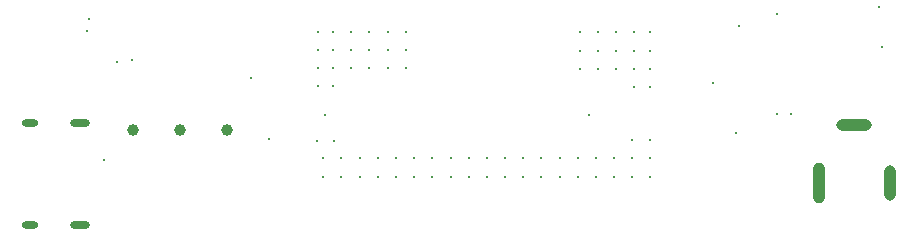
<source format=gbr>
%TF.GenerationSoftware,KiCad,Pcbnew,6.0.11+dfsg-1~bpo11+1*%
%TF.CreationDate,2023-04-14T13:04:02+02:00*%
%TF.ProjectId,IR-diode-general,49522d64-696f-4646-952d-67656e657261,rev?*%
%TF.SameCoordinates,Original*%
%TF.FileFunction,Plated,1,2,PTH,Mixed*%
%TF.FilePolarity,Positive*%
%FSLAX46Y46*%
G04 Gerber Fmt 4.6, Leading zero omitted, Abs format (unit mm)*
G04 Created by KiCad (PCBNEW 6.0.11+dfsg-1~bpo11+1) date 2023-04-14 13:04:02 commit 5e22265*
%MOMM*%
%LPD*%
G01*
G04 APERTURE LIST*
%TA.AperFunction,ViaDrill*%
%ADD10C,0.300000*%
%TD*%
G04 aperture for slot hole*
%TA.AperFunction,ComponentDrill*%
%ADD11O,1.400000X0.600000*%
%TD*%
G04 aperture for slot hole*
%TA.AperFunction,ComponentDrill*%
%ADD12O,1.700000X0.600000*%
%TD*%
%TA.AperFunction,ComponentDrill*%
%ADD13C,1.000000*%
%TD*%
G04 aperture for slot hole*
%TA.AperFunction,ComponentDrill*%
%ADD14O,1.000000X3.500000*%
%TD*%
G04 aperture for slot hole*
%TA.AperFunction,ComponentDrill*%
%ADD15O,3.000000X1.000000*%
%TD*%
G04 aperture for slot hole*
%TA.AperFunction,ComponentDrill*%
%ADD16O,1.000000X3.000000*%
%TD*%
G04 APERTURE END LIST*
D10*
X91750000Y-43750000D03*
X91850000Y-42750000D03*
X93150000Y-54700000D03*
X94250000Y-46350000D03*
X95550000Y-46200000D03*
X105600000Y-47700000D03*
X107100000Y-52900000D03*
X111200000Y-53050000D03*
X111250000Y-43830000D03*
X111250000Y-45370000D03*
X111250000Y-46910000D03*
X111250000Y-48450000D03*
X111720000Y-54540000D03*
X111720000Y-56080000D03*
X111900000Y-50900000D03*
X112550000Y-43830000D03*
X112550000Y-45370000D03*
X112550000Y-46910000D03*
X112550000Y-48450000D03*
X112600000Y-53050000D03*
X113260000Y-54540000D03*
X113260000Y-56080000D03*
X114090000Y-43830000D03*
X114090000Y-45370000D03*
X114090000Y-46910000D03*
X114800000Y-54540000D03*
X114800000Y-56080000D03*
X115630000Y-43830000D03*
X115630000Y-45370000D03*
X115630000Y-46910000D03*
X116340000Y-54540000D03*
X116340000Y-56080000D03*
X117170000Y-43830000D03*
X117170000Y-45370000D03*
X117170000Y-46910000D03*
X117880000Y-54540000D03*
X117880000Y-56080000D03*
X118700000Y-46900000D03*
X118710000Y-43830000D03*
X118710000Y-45370000D03*
X119420000Y-54540000D03*
X119420000Y-56080000D03*
X120960000Y-54540000D03*
X120960000Y-56080000D03*
X122500000Y-54540000D03*
X122500000Y-56080000D03*
X124040000Y-54540000D03*
X124040000Y-56080000D03*
X125580000Y-54540000D03*
X125580000Y-56080000D03*
X127120000Y-54540000D03*
X127120000Y-56080000D03*
X128660000Y-54540000D03*
X128660000Y-56080000D03*
X130200000Y-54540000D03*
X130200000Y-56080000D03*
X131740000Y-54540000D03*
X131740000Y-56080000D03*
X133280000Y-54540000D03*
X133280000Y-56080000D03*
X133430000Y-43880000D03*
X133430000Y-45420000D03*
X133430000Y-46960000D03*
X134250000Y-50850000D03*
X134820000Y-54540000D03*
X134820000Y-56080000D03*
X134970000Y-43880000D03*
X134970000Y-45420000D03*
X134970000Y-46960000D03*
X136360000Y-54540000D03*
X136360000Y-56080000D03*
X136510000Y-43880000D03*
X136510000Y-45420000D03*
X136510000Y-46960000D03*
X137900000Y-53000000D03*
X137900000Y-54540000D03*
X137900000Y-56080000D03*
X138050000Y-43880000D03*
X138050000Y-45420000D03*
X138050000Y-46960000D03*
X138050000Y-48500000D03*
X139350000Y-43880000D03*
X139350000Y-45420000D03*
X139350000Y-46960000D03*
X139350000Y-48500000D03*
X139350000Y-53000000D03*
X139350000Y-54540000D03*
X139350000Y-56080000D03*
X144750000Y-48150000D03*
X146700000Y-52350000D03*
X146948423Y-43349500D03*
X150100000Y-50750000D03*
X150150000Y-42300000D03*
X151350000Y-50800000D03*
X158800000Y-41700000D03*
X159000000Y-45150000D03*
D11*
%TO.C,J2*%
X86904645Y-51529000D03*
X86904645Y-60170000D03*
D12*
X91085645Y-51529000D03*
X91085645Y-60170000D03*
D13*
%TO.C,POT1*%
X95574600Y-52111800D03*
X99574600Y-52111800D03*
X103574600Y-52111800D03*
D14*
%TO.C,J1*%
X153700000Y-56600000D03*
D15*
X156648000Y-51721000D03*
D16*
X159699000Y-56600000D03*
M02*

</source>
